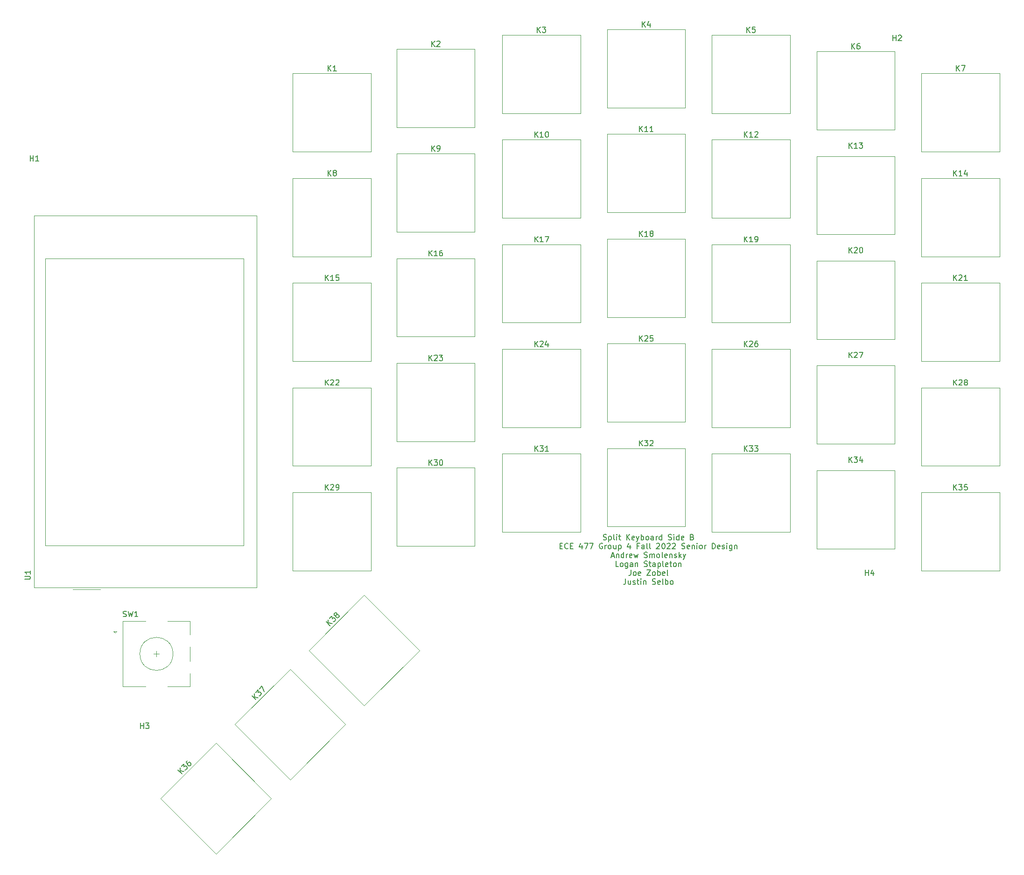
<source format=gbr>
%TF.GenerationSoftware,KiCad,Pcbnew,(6.0.7-1)-1*%
%TF.CreationDate,2022-10-21T15:59:20-04:00*%
%TF.ProjectId,Splitboard-B,53706c69-7462-46f6-9172-642d422e6b69,rev?*%
%TF.SameCoordinates,Original*%
%TF.FileFunction,Legend,Top*%
%TF.FilePolarity,Positive*%
%FSLAX46Y46*%
G04 Gerber Fmt 4.6, Leading zero omitted, Abs format (unit mm)*
G04 Created by KiCad (PCBNEW (6.0.7-1)-1) date 2022-10-21 15:59:20*
%MOMM*%
%LPD*%
G01*
G04 APERTURE LIST*
%ADD10C,0.150000*%
%ADD11C,0.120000*%
G04 APERTURE END LIST*
D10*
X154209523Y-122479761D02*
X154352380Y-122527380D01*
X154590476Y-122527380D01*
X154685714Y-122479761D01*
X154733333Y-122432142D01*
X154780952Y-122336904D01*
X154780952Y-122241666D01*
X154733333Y-122146428D01*
X154685714Y-122098809D01*
X154590476Y-122051190D01*
X154400000Y-122003571D01*
X154304761Y-121955952D01*
X154257142Y-121908333D01*
X154209523Y-121813095D01*
X154209523Y-121717857D01*
X154257142Y-121622619D01*
X154304761Y-121575000D01*
X154400000Y-121527380D01*
X154638095Y-121527380D01*
X154780952Y-121575000D01*
X155209523Y-121860714D02*
X155209523Y-122860714D01*
X155209523Y-121908333D02*
X155304761Y-121860714D01*
X155495238Y-121860714D01*
X155590476Y-121908333D01*
X155638095Y-121955952D01*
X155685714Y-122051190D01*
X155685714Y-122336904D01*
X155638095Y-122432142D01*
X155590476Y-122479761D01*
X155495238Y-122527380D01*
X155304761Y-122527380D01*
X155209523Y-122479761D01*
X156257142Y-122527380D02*
X156161904Y-122479761D01*
X156114285Y-122384523D01*
X156114285Y-121527380D01*
X156638095Y-122527380D02*
X156638095Y-121860714D01*
X156638095Y-121527380D02*
X156590476Y-121575000D01*
X156638095Y-121622619D01*
X156685714Y-121575000D01*
X156638095Y-121527380D01*
X156638095Y-121622619D01*
X156971428Y-121860714D02*
X157352380Y-121860714D01*
X157114285Y-121527380D02*
X157114285Y-122384523D01*
X157161904Y-122479761D01*
X157257142Y-122527380D01*
X157352380Y-122527380D01*
X158447619Y-122527380D02*
X158447619Y-121527380D01*
X159019047Y-122527380D02*
X158590476Y-121955952D01*
X159019047Y-121527380D02*
X158447619Y-122098809D01*
X159828571Y-122479761D02*
X159733333Y-122527380D01*
X159542857Y-122527380D01*
X159447619Y-122479761D01*
X159400000Y-122384523D01*
X159400000Y-122003571D01*
X159447619Y-121908333D01*
X159542857Y-121860714D01*
X159733333Y-121860714D01*
X159828571Y-121908333D01*
X159876190Y-122003571D01*
X159876190Y-122098809D01*
X159400000Y-122194047D01*
X160209523Y-121860714D02*
X160447619Y-122527380D01*
X160685714Y-121860714D02*
X160447619Y-122527380D01*
X160352380Y-122765476D01*
X160304761Y-122813095D01*
X160209523Y-122860714D01*
X161066666Y-122527380D02*
X161066666Y-121527380D01*
X161066666Y-121908333D02*
X161161904Y-121860714D01*
X161352380Y-121860714D01*
X161447619Y-121908333D01*
X161495238Y-121955952D01*
X161542857Y-122051190D01*
X161542857Y-122336904D01*
X161495238Y-122432142D01*
X161447619Y-122479761D01*
X161352380Y-122527380D01*
X161161904Y-122527380D01*
X161066666Y-122479761D01*
X162114285Y-122527380D02*
X162019047Y-122479761D01*
X161971428Y-122432142D01*
X161923809Y-122336904D01*
X161923809Y-122051190D01*
X161971428Y-121955952D01*
X162019047Y-121908333D01*
X162114285Y-121860714D01*
X162257142Y-121860714D01*
X162352380Y-121908333D01*
X162400000Y-121955952D01*
X162447619Y-122051190D01*
X162447619Y-122336904D01*
X162400000Y-122432142D01*
X162352380Y-122479761D01*
X162257142Y-122527380D01*
X162114285Y-122527380D01*
X163304761Y-122527380D02*
X163304761Y-122003571D01*
X163257142Y-121908333D01*
X163161904Y-121860714D01*
X162971428Y-121860714D01*
X162876190Y-121908333D01*
X163304761Y-122479761D02*
X163209523Y-122527380D01*
X162971428Y-122527380D01*
X162876190Y-122479761D01*
X162828571Y-122384523D01*
X162828571Y-122289285D01*
X162876190Y-122194047D01*
X162971428Y-122146428D01*
X163209523Y-122146428D01*
X163304761Y-122098809D01*
X163780952Y-122527380D02*
X163780952Y-121860714D01*
X163780952Y-122051190D02*
X163828571Y-121955952D01*
X163876190Y-121908333D01*
X163971428Y-121860714D01*
X164066666Y-121860714D01*
X164828571Y-122527380D02*
X164828571Y-121527380D01*
X164828571Y-122479761D02*
X164733333Y-122527380D01*
X164542857Y-122527380D01*
X164447619Y-122479761D01*
X164400000Y-122432142D01*
X164352380Y-122336904D01*
X164352380Y-122051190D01*
X164400000Y-121955952D01*
X164447619Y-121908333D01*
X164542857Y-121860714D01*
X164733333Y-121860714D01*
X164828571Y-121908333D01*
X166019047Y-122479761D02*
X166161904Y-122527380D01*
X166400000Y-122527380D01*
X166495238Y-122479761D01*
X166542857Y-122432142D01*
X166590476Y-122336904D01*
X166590476Y-122241666D01*
X166542857Y-122146428D01*
X166495238Y-122098809D01*
X166400000Y-122051190D01*
X166209523Y-122003571D01*
X166114285Y-121955952D01*
X166066666Y-121908333D01*
X166019047Y-121813095D01*
X166019047Y-121717857D01*
X166066666Y-121622619D01*
X166114285Y-121575000D01*
X166209523Y-121527380D01*
X166447619Y-121527380D01*
X166590476Y-121575000D01*
X167019047Y-122527380D02*
X167019047Y-121860714D01*
X167019047Y-121527380D02*
X166971428Y-121575000D01*
X167019047Y-121622619D01*
X167066666Y-121575000D01*
X167019047Y-121527380D01*
X167019047Y-121622619D01*
X167923809Y-122527380D02*
X167923809Y-121527380D01*
X167923809Y-122479761D02*
X167828571Y-122527380D01*
X167638095Y-122527380D01*
X167542857Y-122479761D01*
X167495238Y-122432142D01*
X167447619Y-122336904D01*
X167447619Y-122051190D01*
X167495238Y-121955952D01*
X167542857Y-121908333D01*
X167638095Y-121860714D01*
X167828571Y-121860714D01*
X167923809Y-121908333D01*
X168780952Y-122479761D02*
X168685714Y-122527380D01*
X168495238Y-122527380D01*
X168400000Y-122479761D01*
X168352380Y-122384523D01*
X168352380Y-122003571D01*
X168400000Y-121908333D01*
X168495238Y-121860714D01*
X168685714Y-121860714D01*
X168780952Y-121908333D01*
X168828571Y-122003571D01*
X168828571Y-122098809D01*
X168352380Y-122194047D01*
X170352380Y-122003571D02*
X170495238Y-122051190D01*
X170542857Y-122098809D01*
X170590476Y-122194047D01*
X170590476Y-122336904D01*
X170542857Y-122432142D01*
X170495238Y-122479761D01*
X170400000Y-122527380D01*
X170019047Y-122527380D01*
X170019047Y-121527380D01*
X170352380Y-121527380D01*
X170447619Y-121575000D01*
X170495238Y-121622619D01*
X170542857Y-121717857D01*
X170542857Y-121813095D01*
X170495238Y-121908333D01*
X170447619Y-121955952D01*
X170352380Y-122003571D01*
X170019047Y-122003571D01*
X146352380Y-123613571D02*
X146685714Y-123613571D01*
X146828571Y-124137380D02*
X146352380Y-124137380D01*
X146352380Y-123137380D01*
X146828571Y-123137380D01*
X147828571Y-124042142D02*
X147780952Y-124089761D01*
X147638095Y-124137380D01*
X147542857Y-124137380D01*
X147400000Y-124089761D01*
X147304761Y-123994523D01*
X147257142Y-123899285D01*
X147209523Y-123708809D01*
X147209523Y-123565952D01*
X147257142Y-123375476D01*
X147304761Y-123280238D01*
X147400000Y-123185000D01*
X147542857Y-123137380D01*
X147638095Y-123137380D01*
X147780952Y-123185000D01*
X147828571Y-123232619D01*
X148257142Y-123613571D02*
X148590476Y-123613571D01*
X148733333Y-124137380D02*
X148257142Y-124137380D01*
X148257142Y-123137380D01*
X148733333Y-123137380D01*
X150352380Y-123470714D02*
X150352380Y-124137380D01*
X150114285Y-123089761D02*
X149876190Y-123804047D01*
X150495238Y-123804047D01*
X150780952Y-123137380D02*
X151447619Y-123137380D01*
X151019047Y-124137380D01*
X151733333Y-123137380D02*
X152400000Y-123137380D01*
X151971428Y-124137380D01*
X154066666Y-123185000D02*
X153971428Y-123137380D01*
X153828571Y-123137380D01*
X153685714Y-123185000D01*
X153590476Y-123280238D01*
X153542857Y-123375476D01*
X153495238Y-123565952D01*
X153495238Y-123708809D01*
X153542857Y-123899285D01*
X153590476Y-123994523D01*
X153685714Y-124089761D01*
X153828571Y-124137380D01*
X153923809Y-124137380D01*
X154066666Y-124089761D01*
X154114285Y-124042142D01*
X154114285Y-123708809D01*
X153923809Y-123708809D01*
X154542857Y-124137380D02*
X154542857Y-123470714D01*
X154542857Y-123661190D02*
X154590476Y-123565952D01*
X154638095Y-123518333D01*
X154733333Y-123470714D01*
X154828571Y-123470714D01*
X155304761Y-124137380D02*
X155209523Y-124089761D01*
X155161904Y-124042142D01*
X155114285Y-123946904D01*
X155114285Y-123661190D01*
X155161904Y-123565952D01*
X155209523Y-123518333D01*
X155304761Y-123470714D01*
X155447619Y-123470714D01*
X155542857Y-123518333D01*
X155590476Y-123565952D01*
X155638095Y-123661190D01*
X155638095Y-123946904D01*
X155590476Y-124042142D01*
X155542857Y-124089761D01*
X155447619Y-124137380D01*
X155304761Y-124137380D01*
X156495238Y-123470714D02*
X156495238Y-124137380D01*
X156066666Y-123470714D02*
X156066666Y-123994523D01*
X156114285Y-124089761D01*
X156209523Y-124137380D01*
X156352380Y-124137380D01*
X156447619Y-124089761D01*
X156495238Y-124042142D01*
X156971428Y-123470714D02*
X156971428Y-124470714D01*
X156971428Y-123518333D02*
X157066666Y-123470714D01*
X157257142Y-123470714D01*
X157352380Y-123518333D01*
X157400000Y-123565952D01*
X157447619Y-123661190D01*
X157447619Y-123946904D01*
X157400000Y-124042142D01*
X157352380Y-124089761D01*
X157257142Y-124137380D01*
X157066666Y-124137380D01*
X156971428Y-124089761D01*
X159066666Y-123470714D02*
X159066666Y-124137380D01*
X158828571Y-123089761D02*
X158590476Y-123804047D01*
X159209523Y-123804047D01*
X160685714Y-123613571D02*
X160352380Y-123613571D01*
X160352380Y-124137380D02*
X160352380Y-123137380D01*
X160828571Y-123137380D01*
X161638095Y-124137380D02*
X161638095Y-123613571D01*
X161590476Y-123518333D01*
X161495238Y-123470714D01*
X161304761Y-123470714D01*
X161209523Y-123518333D01*
X161638095Y-124089761D02*
X161542857Y-124137380D01*
X161304761Y-124137380D01*
X161209523Y-124089761D01*
X161161904Y-123994523D01*
X161161904Y-123899285D01*
X161209523Y-123804047D01*
X161304761Y-123756428D01*
X161542857Y-123756428D01*
X161638095Y-123708809D01*
X162257142Y-124137380D02*
X162161904Y-124089761D01*
X162114285Y-123994523D01*
X162114285Y-123137380D01*
X162780952Y-124137380D02*
X162685714Y-124089761D01*
X162638095Y-123994523D01*
X162638095Y-123137380D01*
X163876190Y-123232619D02*
X163923809Y-123185000D01*
X164019047Y-123137380D01*
X164257142Y-123137380D01*
X164352380Y-123185000D01*
X164399999Y-123232619D01*
X164447619Y-123327857D01*
X164447619Y-123423095D01*
X164399999Y-123565952D01*
X163828571Y-124137380D01*
X164447619Y-124137380D01*
X165066666Y-123137380D02*
X165161904Y-123137380D01*
X165257142Y-123185000D01*
X165304761Y-123232619D01*
X165352380Y-123327857D01*
X165399999Y-123518333D01*
X165399999Y-123756428D01*
X165352380Y-123946904D01*
X165304761Y-124042142D01*
X165257142Y-124089761D01*
X165161904Y-124137380D01*
X165066666Y-124137380D01*
X164971428Y-124089761D01*
X164923809Y-124042142D01*
X164876190Y-123946904D01*
X164828571Y-123756428D01*
X164828571Y-123518333D01*
X164876190Y-123327857D01*
X164923809Y-123232619D01*
X164971428Y-123185000D01*
X165066666Y-123137380D01*
X165780952Y-123232619D02*
X165828571Y-123185000D01*
X165923809Y-123137380D01*
X166161904Y-123137380D01*
X166257142Y-123185000D01*
X166304761Y-123232619D01*
X166352380Y-123327857D01*
X166352380Y-123423095D01*
X166304761Y-123565952D01*
X165733333Y-124137380D01*
X166352380Y-124137380D01*
X166733333Y-123232619D02*
X166780952Y-123185000D01*
X166876190Y-123137380D01*
X167114285Y-123137380D01*
X167209523Y-123185000D01*
X167257142Y-123232619D01*
X167304761Y-123327857D01*
X167304761Y-123423095D01*
X167257142Y-123565952D01*
X166685714Y-124137380D01*
X167304761Y-124137380D01*
X168447619Y-124089761D02*
X168590476Y-124137380D01*
X168828571Y-124137380D01*
X168923809Y-124089761D01*
X168971428Y-124042142D01*
X169019047Y-123946904D01*
X169019047Y-123851666D01*
X168971428Y-123756428D01*
X168923809Y-123708809D01*
X168828571Y-123661190D01*
X168638095Y-123613571D01*
X168542857Y-123565952D01*
X168495238Y-123518333D01*
X168447619Y-123423095D01*
X168447619Y-123327857D01*
X168495238Y-123232619D01*
X168542857Y-123185000D01*
X168638095Y-123137380D01*
X168876190Y-123137380D01*
X169019047Y-123185000D01*
X169828571Y-124089761D02*
X169733333Y-124137380D01*
X169542857Y-124137380D01*
X169447619Y-124089761D01*
X169399999Y-123994523D01*
X169399999Y-123613571D01*
X169447619Y-123518333D01*
X169542857Y-123470714D01*
X169733333Y-123470714D01*
X169828571Y-123518333D01*
X169876190Y-123613571D01*
X169876190Y-123708809D01*
X169399999Y-123804047D01*
X170304761Y-123470714D02*
X170304761Y-124137380D01*
X170304761Y-123565952D02*
X170352380Y-123518333D01*
X170447619Y-123470714D01*
X170590476Y-123470714D01*
X170685714Y-123518333D01*
X170733333Y-123613571D01*
X170733333Y-124137380D01*
X171209523Y-124137380D02*
X171209523Y-123470714D01*
X171209523Y-123137380D02*
X171161904Y-123185000D01*
X171209523Y-123232619D01*
X171257142Y-123185000D01*
X171209523Y-123137380D01*
X171209523Y-123232619D01*
X171828571Y-124137380D02*
X171733333Y-124089761D01*
X171685714Y-124042142D01*
X171638095Y-123946904D01*
X171638095Y-123661190D01*
X171685714Y-123565952D01*
X171733333Y-123518333D01*
X171828571Y-123470714D01*
X171971428Y-123470714D01*
X172066666Y-123518333D01*
X172114285Y-123565952D01*
X172161904Y-123661190D01*
X172161904Y-123946904D01*
X172114285Y-124042142D01*
X172066666Y-124089761D01*
X171971428Y-124137380D01*
X171828571Y-124137380D01*
X172590476Y-124137380D02*
X172590476Y-123470714D01*
X172590476Y-123661190D02*
X172638095Y-123565952D01*
X172685714Y-123518333D01*
X172780952Y-123470714D01*
X172876190Y-123470714D01*
X173971428Y-124137380D02*
X173971428Y-123137380D01*
X174209523Y-123137380D01*
X174352380Y-123185000D01*
X174447619Y-123280238D01*
X174495238Y-123375476D01*
X174542857Y-123565952D01*
X174542857Y-123708809D01*
X174495238Y-123899285D01*
X174447619Y-123994523D01*
X174352380Y-124089761D01*
X174209523Y-124137380D01*
X173971428Y-124137380D01*
X175352380Y-124089761D02*
X175257142Y-124137380D01*
X175066666Y-124137380D01*
X174971428Y-124089761D01*
X174923809Y-123994523D01*
X174923809Y-123613571D01*
X174971428Y-123518333D01*
X175066666Y-123470714D01*
X175257142Y-123470714D01*
X175352380Y-123518333D01*
X175399999Y-123613571D01*
X175399999Y-123708809D01*
X174923809Y-123804047D01*
X175780952Y-124089761D02*
X175876190Y-124137380D01*
X176066666Y-124137380D01*
X176161904Y-124089761D01*
X176209523Y-123994523D01*
X176209523Y-123946904D01*
X176161904Y-123851666D01*
X176066666Y-123804047D01*
X175923809Y-123804047D01*
X175828571Y-123756428D01*
X175780952Y-123661190D01*
X175780952Y-123613571D01*
X175828571Y-123518333D01*
X175923809Y-123470714D01*
X176066666Y-123470714D01*
X176161904Y-123518333D01*
X176638095Y-124137380D02*
X176638095Y-123470714D01*
X176638095Y-123137380D02*
X176590476Y-123185000D01*
X176638095Y-123232619D01*
X176685714Y-123185000D01*
X176638095Y-123137380D01*
X176638095Y-123232619D01*
X177542857Y-123470714D02*
X177542857Y-124280238D01*
X177495238Y-124375476D01*
X177447619Y-124423095D01*
X177352380Y-124470714D01*
X177209523Y-124470714D01*
X177114285Y-124423095D01*
X177542857Y-124089761D02*
X177447619Y-124137380D01*
X177257142Y-124137380D01*
X177161904Y-124089761D01*
X177114285Y-124042142D01*
X177066666Y-123946904D01*
X177066666Y-123661190D01*
X177114285Y-123565952D01*
X177161904Y-123518333D01*
X177257142Y-123470714D01*
X177447619Y-123470714D01*
X177542857Y-123518333D01*
X178019047Y-123470714D02*
X178019047Y-124137380D01*
X178019047Y-123565952D02*
X178066666Y-123518333D01*
X178161904Y-123470714D01*
X178304761Y-123470714D01*
X178399999Y-123518333D01*
X178447619Y-123613571D01*
X178447619Y-124137380D01*
X155685714Y-125461666D02*
X156161904Y-125461666D01*
X155590476Y-125747380D02*
X155923809Y-124747380D01*
X156257142Y-125747380D01*
X156590476Y-125080714D02*
X156590476Y-125747380D01*
X156590476Y-125175952D02*
X156638095Y-125128333D01*
X156733333Y-125080714D01*
X156876190Y-125080714D01*
X156971428Y-125128333D01*
X157019047Y-125223571D01*
X157019047Y-125747380D01*
X157923809Y-125747380D02*
X157923809Y-124747380D01*
X157923809Y-125699761D02*
X157828571Y-125747380D01*
X157638095Y-125747380D01*
X157542857Y-125699761D01*
X157495238Y-125652142D01*
X157447619Y-125556904D01*
X157447619Y-125271190D01*
X157495238Y-125175952D01*
X157542857Y-125128333D01*
X157638095Y-125080714D01*
X157828571Y-125080714D01*
X157923809Y-125128333D01*
X158400000Y-125747380D02*
X158400000Y-125080714D01*
X158400000Y-125271190D02*
X158447619Y-125175952D01*
X158495238Y-125128333D01*
X158590476Y-125080714D01*
X158685714Y-125080714D01*
X159400000Y-125699761D02*
X159304761Y-125747380D01*
X159114285Y-125747380D01*
X159019047Y-125699761D01*
X158971428Y-125604523D01*
X158971428Y-125223571D01*
X159019047Y-125128333D01*
X159114285Y-125080714D01*
X159304761Y-125080714D01*
X159400000Y-125128333D01*
X159447619Y-125223571D01*
X159447619Y-125318809D01*
X158971428Y-125414047D01*
X159780952Y-125080714D02*
X159971428Y-125747380D01*
X160161904Y-125271190D01*
X160352380Y-125747380D01*
X160542857Y-125080714D01*
X161638095Y-125699761D02*
X161780952Y-125747380D01*
X162019047Y-125747380D01*
X162114285Y-125699761D01*
X162161904Y-125652142D01*
X162209523Y-125556904D01*
X162209523Y-125461666D01*
X162161904Y-125366428D01*
X162114285Y-125318809D01*
X162019047Y-125271190D01*
X161828571Y-125223571D01*
X161733333Y-125175952D01*
X161685714Y-125128333D01*
X161638095Y-125033095D01*
X161638095Y-124937857D01*
X161685714Y-124842619D01*
X161733333Y-124795000D01*
X161828571Y-124747380D01*
X162066666Y-124747380D01*
X162209523Y-124795000D01*
X162638095Y-125747380D02*
X162638095Y-125080714D01*
X162638095Y-125175952D02*
X162685714Y-125128333D01*
X162780952Y-125080714D01*
X162923809Y-125080714D01*
X163019047Y-125128333D01*
X163066666Y-125223571D01*
X163066666Y-125747380D01*
X163066666Y-125223571D02*
X163114285Y-125128333D01*
X163209523Y-125080714D01*
X163352380Y-125080714D01*
X163447619Y-125128333D01*
X163495238Y-125223571D01*
X163495238Y-125747380D01*
X164114285Y-125747380D02*
X164019047Y-125699761D01*
X163971428Y-125652142D01*
X163923809Y-125556904D01*
X163923809Y-125271190D01*
X163971428Y-125175952D01*
X164019047Y-125128333D01*
X164114285Y-125080714D01*
X164257142Y-125080714D01*
X164352380Y-125128333D01*
X164400000Y-125175952D01*
X164447619Y-125271190D01*
X164447619Y-125556904D01*
X164400000Y-125652142D01*
X164352380Y-125699761D01*
X164257142Y-125747380D01*
X164114285Y-125747380D01*
X165019047Y-125747380D02*
X164923809Y-125699761D01*
X164876190Y-125604523D01*
X164876190Y-124747380D01*
X165780952Y-125699761D02*
X165685714Y-125747380D01*
X165495238Y-125747380D01*
X165400000Y-125699761D01*
X165352380Y-125604523D01*
X165352380Y-125223571D01*
X165400000Y-125128333D01*
X165495238Y-125080714D01*
X165685714Y-125080714D01*
X165780952Y-125128333D01*
X165828571Y-125223571D01*
X165828571Y-125318809D01*
X165352380Y-125414047D01*
X166257142Y-125080714D02*
X166257142Y-125747380D01*
X166257142Y-125175952D02*
X166304761Y-125128333D01*
X166400000Y-125080714D01*
X166542857Y-125080714D01*
X166638095Y-125128333D01*
X166685714Y-125223571D01*
X166685714Y-125747380D01*
X167114285Y-125699761D02*
X167209523Y-125747380D01*
X167400000Y-125747380D01*
X167495238Y-125699761D01*
X167542857Y-125604523D01*
X167542857Y-125556904D01*
X167495238Y-125461666D01*
X167400000Y-125414047D01*
X167257142Y-125414047D01*
X167161904Y-125366428D01*
X167114285Y-125271190D01*
X167114285Y-125223571D01*
X167161904Y-125128333D01*
X167257142Y-125080714D01*
X167400000Y-125080714D01*
X167495238Y-125128333D01*
X167971428Y-125747380D02*
X167971428Y-124747380D01*
X168066666Y-125366428D02*
X168352380Y-125747380D01*
X168352380Y-125080714D02*
X167971428Y-125461666D01*
X168685714Y-125080714D02*
X168923809Y-125747380D01*
X169161904Y-125080714D02*
X168923809Y-125747380D01*
X168828571Y-125985476D01*
X168780952Y-126033095D01*
X168685714Y-126080714D01*
X156971428Y-127357380D02*
X156495238Y-127357380D01*
X156495238Y-126357380D01*
X157447619Y-127357380D02*
X157352380Y-127309761D01*
X157304761Y-127262142D01*
X157257142Y-127166904D01*
X157257142Y-126881190D01*
X157304761Y-126785952D01*
X157352380Y-126738333D01*
X157447619Y-126690714D01*
X157590476Y-126690714D01*
X157685714Y-126738333D01*
X157733333Y-126785952D01*
X157780952Y-126881190D01*
X157780952Y-127166904D01*
X157733333Y-127262142D01*
X157685714Y-127309761D01*
X157590476Y-127357380D01*
X157447619Y-127357380D01*
X158638095Y-126690714D02*
X158638095Y-127500238D01*
X158590476Y-127595476D01*
X158542857Y-127643095D01*
X158447619Y-127690714D01*
X158304761Y-127690714D01*
X158209523Y-127643095D01*
X158638095Y-127309761D02*
X158542857Y-127357380D01*
X158352380Y-127357380D01*
X158257142Y-127309761D01*
X158209523Y-127262142D01*
X158161904Y-127166904D01*
X158161904Y-126881190D01*
X158209523Y-126785952D01*
X158257142Y-126738333D01*
X158352380Y-126690714D01*
X158542857Y-126690714D01*
X158638095Y-126738333D01*
X159542857Y-127357380D02*
X159542857Y-126833571D01*
X159495238Y-126738333D01*
X159400000Y-126690714D01*
X159209523Y-126690714D01*
X159114285Y-126738333D01*
X159542857Y-127309761D02*
X159447619Y-127357380D01*
X159209523Y-127357380D01*
X159114285Y-127309761D01*
X159066666Y-127214523D01*
X159066666Y-127119285D01*
X159114285Y-127024047D01*
X159209523Y-126976428D01*
X159447619Y-126976428D01*
X159542857Y-126928809D01*
X160019047Y-126690714D02*
X160019047Y-127357380D01*
X160019047Y-126785952D02*
X160066666Y-126738333D01*
X160161904Y-126690714D01*
X160304761Y-126690714D01*
X160400000Y-126738333D01*
X160447619Y-126833571D01*
X160447619Y-127357380D01*
X161638095Y-127309761D02*
X161780952Y-127357380D01*
X162019047Y-127357380D01*
X162114285Y-127309761D01*
X162161904Y-127262142D01*
X162209523Y-127166904D01*
X162209523Y-127071666D01*
X162161904Y-126976428D01*
X162114285Y-126928809D01*
X162019047Y-126881190D01*
X161828571Y-126833571D01*
X161733333Y-126785952D01*
X161685714Y-126738333D01*
X161638095Y-126643095D01*
X161638095Y-126547857D01*
X161685714Y-126452619D01*
X161733333Y-126405000D01*
X161828571Y-126357380D01*
X162066666Y-126357380D01*
X162209523Y-126405000D01*
X162495238Y-126690714D02*
X162876190Y-126690714D01*
X162638095Y-126357380D02*
X162638095Y-127214523D01*
X162685714Y-127309761D01*
X162780952Y-127357380D01*
X162876190Y-127357380D01*
X163638095Y-127357380D02*
X163638095Y-126833571D01*
X163590476Y-126738333D01*
X163495238Y-126690714D01*
X163304761Y-126690714D01*
X163209523Y-126738333D01*
X163638095Y-127309761D02*
X163542857Y-127357380D01*
X163304761Y-127357380D01*
X163209523Y-127309761D01*
X163161904Y-127214523D01*
X163161904Y-127119285D01*
X163209523Y-127024047D01*
X163304761Y-126976428D01*
X163542857Y-126976428D01*
X163638095Y-126928809D01*
X164114285Y-126690714D02*
X164114285Y-127690714D01*
X164114285Y-126738333D02*
X164209523Y-126690714D01*
X164400000Y-126690714D01*
X164495238Y-126738333D01*
X164542857Y-126785952D01*
X164590476Y-126881190D01*
X164590476Y-127166904D01*
X164542857Y-127262142D01*
X164495238Y-127309761D01*
X164400000Y-127357380D01*
X164209523Y-127357380D01*
X164114285Y-127309761D01*
X165161904Y-127357380D02*
X165066666Y-127309761D01*
X165019047Y-127214523D01*
X165019047Y-126357380D01*
X165923809Y-127309761D02*
X165828571Y-127357380D01*
X165638095Y-127357380D01*
X165542857Y-127309761D01*
X165495238Y-127214523D01*
X165495238Y-126833571D01*
X165542857Y-126738333D01*
X165638095Y-126690714D01*
X165828571Y-126690714D01*
X165923809Y-126738333D01*
X165971428Y-126833571D01*
X165971428Y-126928809D01*
X165495238Y-127024047D01*
X166257142Y-126690714D02*
X166638095Y-126690714D01*
X166400000Y-126357380D02*
X166400000Y-127214523D01*
X166447619Y-127309761D01*
X166542857Y-127357380D01*
X166638095Y-127357380D01*
X167114285Y-127357380D02*
X167019047Y-127309761D01*
X166971428Y-127262142D01*
X166923809Y-127166904D01*
X166923809Y-126881190D01*
X166971428Y-126785952D01*
X167019047Y-126738333D01*
X167114285Y-126690714D01*
X167257142Y-126690714D01*
X167352380Y-126738333D01*
X167400000Y-126785952D01*
X167447619Y-126881190D01*
X167447619Y-127166904D01*
X167400000Y-127262142D01*
X167352380Y-127309761D01*
X167257142Y-127357380D01*
X167114285Y-127357380D01*
X167876190Y-126690714D02*
X167876190Y-127357380D01*
X167876190Y-126785952D02*
X167923809Y-126738333D01*
X168019047Y-126690714D01*
X168161904Y-126690714D01*
X168257142Y-126738333D01*
X168304761Y-126833571D01*
X168304761Y-127357380D01*
X159209523Y-127967380D02*
X159209523Y-128681666D01*
X159161904Y-128824523D01*
X159066666Y-128919761D01*
X158923809Y-128967380D01*
X158828571Y-128967380D01*
X159828571Y-128967380D02*
X159733333Y-128919761D01*
X159685714Y-128872142D01*
X159638095Y-128776904D01*
X159638095Y-128491190D01*
X159685714Y-128395952D01*
X159733333Y-128348333D01*
X159828571Y-128300714D01*
X159971428Y-128300714D01*
X160066666Y-128348333D01*
X160114285Y-128395952D01*
X160161904Y-128491190D01*
X160161904Y-128776904D01*
X160114285Y-128872142D01*
X160066666Y-128919761D01*
X159971428Y-128967380D01*
X159828571Y-128967380D01*
X160971428Y-128919761D02*
X160876190Y-128967380D01*
X160685714Y-128967380D01*
X160590476Y-128919761D01*
X160542857Y-128824523D01*
X160542857Y-128443571D01*
X160590476Y-128348333D01*
X160685714Y-128300714D01*
X160876190Y-128300714D01*
X160971428Y-128348333D01*
X161019047Y-128443571D01*
X161019047Y-128538809D01*
X160542857Y-128634047D01*
X162114285Y-127967380D02*
X162780952Y-127967380D01*
X162114285Y-128967380D01*
X162780952Y-128967380D01*
X163304761Y-128967380D02*
X163209523Y-128919761D01*
X163161904Y-128872142D01*
X163114285Y-128776904D01*
X163114285Y-128491190D01*
X163161904Y-128395952D01*
X163209523Y-128348333D01*
X163304761Y-128300714D01*
X163447619Y-128300714D01*
X163542857Y-128348333D01*
X163590476Y-128395952D01*
X163638095Y-128491190D01*
X163638095Y-128776904D01*
X163590476Y-128872142D01*
X163542857Y-128919761D01*
X163447619Y-128967380D01*
X163304761Y-128967380D01*
X164066666Y-128967380D02*
X164066666Y-127967380D01*
X164066666Y-128348333D02*
X164161904Y-128300714D01*
X164352380Y-128300714D01*
X164447619Y-128348333D01*
X164495238Y-128395952D01*
X164542857Y-128491190D01*
X164542857Y-128776904D01*
X164495238Y-128872142D01*
X164447619Y-128919761D01*
X164352380Y-128967380D01*
X164161904Y-128967380D01*
X164066666Y-128919761D01*
X165352380Y-128919761D02*
X165257142Y-128967380D01*
X165066666Y-128967380D01*
X164971428Y-128919761D01*
X164923809Y-128824523D01*
X164923809Y-128443571D01*
X164971428Y-128348333D01*
X165066666Y-128300714D01*
X165257142Y-128300714D01*
X165352380Y-128348333D01*
X165400000Y-128443571D01*
X165400000Y-128538809D01*
X164923809Y-128634047D01*
X165971428Y-128967380D02*
X165876190Y-128919761D01*
X165828571Y-128824523D01*
X165828571Y-127967380D01*
X158257142Y-129577380D02*
X158257142Y-130291666D01*
X158209523Y-130434523D01*
X158114285Y-130529761D01*
X157971428Y-130577380D01*
X157876190Y-130577380D01*
X159161904Y-129910714D02*
X159161904Y-130577380D01*
X158733333Y-129910714D02*
X158733333Y-130434523D01*
X158780952Y-130529761D01*
X158876190Y-130577380D01*
X159019047Y-130577380D01*
X159114285Y-130529761D01*
X159161904Y-130482142D01*
X159590476Y-130529761D02*
X159685714Y-130577380D01*
X159876190Y-130577380D01*
X159971428Y-130529761D01*
X160019047Y-130434523D01*
X160019047Y-130386904D01*
X159971428Y-130291666D01*
X159876190Y-130244047D01*
X159733333Y-130244047D01*
X159638095Y-130196428D01*
X159590476Y-130101190D01*
X159590476Y-130053571D01*
X159638095Y-129958333D01*
X159733333Y-129910714D01*
X159876190Y-129910714D01*
X159971428Y-129958333D01*
X160304761Y-129910714D02*
X160685714Y-129910714D01*
X160447619Y-129577380D02*
X160447619Y-130434523D01*
X160495238Y-130529761D01*
X160590476Y-130577380D01*
X160685714Y-130577380D01*
X161019047Y-130577380D02*
X161019047Y-129910714D01*
X161019047Y-129577380D02*
X160971428Y-129625000D01*
X161019047Y-129672619D01*
X161066666Y-129625000D01*
X161019047Y-129577380D01*
X161019047Y-129672619D01*
X161495238Y-129910714D02*
X161495238Y-130577380D01*
X161495238Y-130005952D02*
X161542857Y-129958333D01*
X161638095Y-129910714D01*
X161780952Y-129910714D01*
X161876190Y-129958333D01*
X161923809Y-130053571D01*
X161923809Y-130577380D01*
X163114285Y-130529761D02*
X163257142Y-130577380D01*
X163495238Y-130577380D01*
X163590476Y-130529761D01*
X163638095Y-130482142D01*
X163685714Y-130386904D01*
X163685714Y-130291666D01*
X163638095Y-130196428D01*
X163590476Y-130148809D01*
X163495238Y-130101190D01*
X163304761Y-130053571D01*
X163209523Y-130005952D01*
X163161904Y-129958333D01*
X163114285Y-129863095D01*
X163114285Y-129767857D01*
X163161904Y-129672619D01*
X163209523Y-129625000D01*
X163304761Y-129577380D01*
X163542857Y-129577380D01*
X163685714Y-129625000D01*
X164495238Y-130529761D02*
X164400000Y-130577380D01*
X164209523Y-130577380D01*
X164114285Y-130529761D01*
X164066666Y-130434523D01*
X164066666Y-130053571D01*
X164114285Y-129958333D01*
X164209523Y-129910714D01*
X164400000Y-129910714D01*
X164495238Y-129958333D01*
X164542857Y-130053571D01*
X164542857Y-130148809D01*
X164066666Y-130244047D01*
X165114285Y-130577380D02*
X165019047Y-130529761D01*
X164971428Y-130434523D01*
X164971428Y-129577380D01*
X165495238Y-130577380D02*
X165495238Y-129577380D01*
X165495238Y-129958333D02*
X165590476Y-129910714D01*
X165780952Y-129910714D01*
X165876190Y-129958333D01*
X165923809Y-130005952D01*
X165971428Y-130101190D01*
X165971428Y-130386904D01*
X165923809Y-130482142D01*
X165876190Y-130529761D01*
X165780952Y-130577380D01*
X165590476Y-130577380D01*
X165495238Y-130529761D01*
X166542857Y-130577380D02*
X166447619Y-130529761D01*
X166400000Y-130482142D01*
X166352380Y-130386904D01*
X166352380Y-130101190D01*
X166400000Y-130005952D01*
X166447619Y-129958333D01*
X166542857Y-129910714D01*
X166685714Y-129910714D01*
X166780952Y-129958333D01*
X166828571Y-130005952D01*
X166876190Y-130101190D01*
X166876190Y-130386904D01*
X166828571Y-130482142D01*
X166780952Y-130529761D01*
X166685714Y-130577380D01*
X166542857Y-130577380D01*
%TO.C,H2*%
X206738095Y-31952380D02*
X206738095Y-30952380D01*
X206738095Y-31428571D02*
X207309523Y-31428571D01*
X207309523Y-31952380D02*
X207309523Y-30952380D01*
X207738095Y-31047619D02*
X207785714Y-31000000D01*
X207880952Y-30952380D01*
X208119047Y-30952380D01*
X208214285Y-31000000D01*
X208261904Y-31047619D01*
X208309523Y-31142857D01*
X208309523Y-31238095D01*
X208261904Y-31380952D01*
X207690476Y-31952380D01*
X208309523Y-31952380D01*
%TO.C,K28*%
X217785714Y-94452380D02*
X217785714Y-93452380D01*
X218357142Y-94452380D02*
X217928571Y-93880952D01*
X218357142Y-93452380D02*
X217785714Y-94023809D01*
X218738095Y-93547619D02*
X218785714Y-93500000D01*
X218880952Y-93452380D01*
X219119047Y-93452380D01*
X219214285Y-93500000D01*
X219261904Y-93547619D01*
X219309523Y-93642857D01*
X219309523Y-93738095D01*
X219261904Y-93880952D01*
X218690476Y-94452380D01*
X219309523Y-94452380D01*
X219880952Y-93880952D02*
X219785714Y-93833333D01*
X219738095Y-93785714D01*
X219690476Y-93690476D01*
X219690476Y-93642857D01*
X219738095Y-93547619D01*
X219785714Y-93500000D01*
X219880952Y-93452380D01*
X220071428Y-93452380D01*
X220166666Y-93500000D01*
X220214285Y-93547619D01*
X220261904Y-93642857D01*
X220261904Y-93690476D01*
X220214285Y-93785714D01*
X220166666Y-93833333D01*
X220071428Y-93880952D01*
X219880952Y-93880952D01*
X219785714Y-93928571D01*
X219738095Y-93976190D01*
X219690476Y-94071428D01*
X219690476Y-94261904D01*
X219738095Y-94357142D01*
X219785714Y-94404761D01*
X219880952Y-94452380D01*
X220071428Y-94452380D01*
X220166666Y-94404761D01*
X220214285Y-94357142D01*
X220261904Y-94261904D01*
X220261904Y-94071428D01*
X220214285Y-93976190D01*
X220166666Y-93928571D01*
X220071428Y-93880952D01*
%TO.C,K11*%
X160785714Y-48452380D02*
X160785714Y-47452380D01*
X161357142Y-48452380D02*
X160928571Y-47880952D01*
X161357142Y-47452380D02*
X160785714Y-48023809D01*
X162309523Y-48452380D02*
X161738095Y-48452380D01*
X162023809Y-48452380D02*
X162023809Y-47452380D01*
X161928571Y-47595238D01*
X161833333Y-47690476D01*
X161738095Y-47738095D01*
X163261904Y-48452380D02*
X162690476Y-48452380D01*
X162976190Y-48452380D02*
X162976190Y-47452380D01*
X162880952Y-47595238D01*
X162785714Y-47690476D01*
X162690476Y-47738095D01*
%TO.C,U1*%
X49272380Y-129671904D02*
X50081904Y-129671904D01*
X50177142Y-129624285D01*
X50224761Y-129576666D01*
X50272380Y-129481428D01*
X50272380Y-129290952D01*
X50224761Y-129195714D01*
X50177142Y-129148095D01*
X50081904Y-129100476D01*
X49272380Y-129100476D01*
X50272380Y-128100476D02*
X50272380Y-128671904D01*
X50272380Y-128386190D02*
X49272380Y-128386190D01*
X49415238Y-128481428D01*
X49510476Y-128576666D01*
X49558095Y-128671904D01*
%TO.C,K33*%
X179785714Y-106452380D02*
X179785714Y-105452380D01*
X180357142Y-106452380D02*
X179928571Y-105880952D01*
X180357142Y-105452380D02*
X179785714Y-106023809D01*
X180690476Y-105452380D02*
X181309523Y-105452380D01*
X180976190Y-105833333D01*
X181119047Y-105833333D01*
X181214285Y-105880952D01*
X181261904Y-105928571D01*
X181309523Y-106023809D01*
X181309523Y-106261904D01*
X181261904Y-106357142D01*
X181214285Y-106404761D01*
X181119047Y-106452380D01*
X180833333Y-106452380D01*
X180738095Y-106404761D01*
X180690476Y-106357142D01*
X181642857Y-105452380D02*
X182261904Y-105452380D01*
X181928571Y-105833333D01*
X182071428Y-105833333D01*
X182166666Y-105880952D01*
X182214285Y-105928571D01*
X182261904Y-106023809D01*
X182261904Y-106261904D01*
X182214285Y-106357142D01*
X182166666Y-106404761D01*
X182071428Y-106452380D01*
X181785714Y-106452380D01*
X181690476Y-106404761D01*
X181642857Y-106357142D01*
%TO.C,K20*%
X198785714Y-70452380D02*
X198785714Y-69452380D01*
X199357142Y-70452380D02*
X198928571Y-69880952D01*
X199357142Y-69452380D02*
X198785714Y-70023809D01*
X199738095Y-69547619D02*
X199785714Y-69500000D01*
X199880952Y-69452380D01*
X200119047Y-69452380D01*
X200214285Y-69500000D01*
X200261904Y-69547619D01*
X200309523Y-69642857D01*
X200309523Y-69738095D01*
X200261904Y-69880952D01*
X199690476Y-70452380D01*
X200309523Y-70452380D01*
X200928571Y-69452380D02*
X201023809Y-69452380D01*
X201119047Y-69500000D01*
X201166666Y-69547619D01*
X201214285Y-69642857D01*
X201261904Y-69833333D01*
X201261904Y-70071428D01*
X201214285Y-70261904D01*
X201166666Y-70357142D01*
X201119047Y-70404761D01*
X201023809Y-70452380D01*
X200928571Y-70452380D01*
X200833333Y-70404761D01*
X200785714Y-70357142D01*
X200738095Y-70261904D01*
X200690476Y-70071428D01*
X200690476Y-69833333D01*
X200738095Y-69642857D01*
X200785714Y-69547619D01*
X200833333Y-69500000D01*
X200928571Y-69452380D01*
%TO.C,K13*%
X198785714Y-51452380D02*
X198785714Y-50452380D01*
X199357142Y-51452380D02*
X198928571Y-50880952D01*
X199357142Y-50452380D02*
X198785714Y-51023809D01*
X200309523Y-51452380D02*
X199738095Y-51452380D01*
X200023809Y-51452380D02*
X200023809Y-50452380D01*
X199928571Y-50595238D01*
X199833333Y-50690476D01*
X199738095Y-50738095D01*
X200642857Y-50452380D02*
X201261904Y-50452380D01*
X200928571Y-50833333D01*
X201071428Y-50833333D01*
X201166666Y-50880952D01*
X201214285Y-50928571D01*
X201261904Y-51023809D01*
X201261904Y-51261904D01*
X201214285Y-51357142D01*
X201166666Y-51404761D01*
X201071428Y-51452380D01*
X200785714Y-51452380D01*
X200690476Y-51404761D01*
X200642857Y-51357142D01*
%TO.C,K7*%
X218261904Y-37452380D02*
X218261904Y-36452380D01*
X218833333Y-37452380D02*
X218404761Y-36880952D01*
X218833333Y-36452380D02*
X218261904Y-37023809D01*
X219166666Y-36452380D02*
X219833333Y-36452380D01*
X219404761Y-37452380D01*
%TO.C,K17*%
X141785714Y-68452380D02*
X141785714Y-67452380D01*
X142357142Y-68452380D02*
X141928571Y-67880952D01*
X142357142Y-67452380D02*
X141785714Y-68023809D01*
X143309523Y-68452380D02*
X142738095Y-68452380D01*
X143023809Y-68452380D02*
X143023809Y-67452380D01*
X142928571Y-67595238D01*
X142833333Y-67690476D01*
X142738095Y-67738095D01*
X143642857Y-67452380D02*
X144309523Y-67452380D01*
X143880952Y-68452380D01*
%TO.C,K16*%
X122595714Y-70992380D02*
X122595714Y-69992380D01*
X123167142Y-70992380D02*
X122738571Y-70420952D01*
X123167142Y-69992380D02*
X122595714Y-70563809D01*
X124119523Y-70992380D02*
X123548095Y-70992380D01*
X123833809Y-70992380D02*
X123833809Y-69992380D01*
X123738571Y-70135238D01*
X123643333Y-70230476D01*
X123548095Y-70278095D01*
X124976666Y-69992380D02*
X124786190Y-69992380D01*
X124690952Y-70040000D01*
X124643333Y-70087619D01*
X124548095Y-70230476D01*
X124500476Y-70420952D01*
X124500476Y-70801904D01*
X124548095Y-70897142D01*
X124595714Y-70944761D01*
X124690952Y-70992380D01*
X124881428Y-70992380D01*
X124976666Y-70944761D01*
X125024285Y-70897142D01*
X125071904Y-70801904D01*
X125071904Y-70563809D01*
X125024285Y-70468571D01*
X124976666Y-70420952D01*
X124881428Y-70373333D01*
X124690952Y-70373333D01*
X124595714Y-70420952D01*
X124548095Y-70468571D01*
X124500476Y-70563809D01*
%TO.C,K37*%
X91199662Y-151521657D02*
X90492556Y-150814550D01*
X91603723Y-151117596D02*
X90896617Y-151016581D01*
X90896617Y-150410489D02*
X90896617Y-151218611D01*
X91132319Y-150174787D02*
X91570052Y-149737054D01*
X91603723Y-150242130D01*
X91704739Y-150141115D01*
X91805754Y-150107443D01*
X91873098Y-150107443D01*
X91974113Y-150141115D01*
X92142472Y-150309474D01*
X92176143Y-150410489D01*
X92176143Y-150477833D01*
X92142472Y-150578848D01*
X91940441Y-150780878D01*
X91839426Y-150814550D01*
X91772082Y-150814550D01*
X91805754Y-149501352D02*
X92277159Y-149029947D01*
X92681220Y-150040100D01*
%TO.C,K2*%
X123071904Y-32992380D02*
X123071904Y-31992380D01*
X123643333Y-32992380D02*
X123214761Y-32420952D01*
X123643333Y-31992380D02*
X123071904Y-32563809D01*
X124024285Y-32087619D02*
X124071904Y-32040000D01*
X124167142Y-31992380D01*
X124405238Y-31992380D01*
X124500476Y-32040000D01*
X124548095Y-32087619D01*
X124595714Y-32182857D01*
X124595714Y-32278095D01*
X124548095Y-32420952D01*
X123976666Y-32992380D01*
X124595714Y-32992380D01*
%TO.C,K38*%
X104634691Y-138086628D02*
X103927585Y-137379521D01*
X105038752Y-137682567D02*
X104331646Y-137581552D01*
X104331646Y-136975460D02*
X104331646Y-137783582D01*
X104567348Y-136739758D02*
X105005081Y-136302025D01*
X105038752Y-136807101D01*
X105139768Y-136706086D01*
X105240783Y-136672414D01*
X105308127Y-136672414D01*
X105409142Y-136706086D01*
X105577501Y-136874445D01*
X105611172Y-136975460D01*
X105611172Y-137042804D01*
X105577501Y-137143819D01*
X105375470Y-137345849D01*
X105274455Y-137379521D01*
X105207111Y-137379521D01*
X105712188Y-136201010D02*
X105611172Y-136234681D01*
X105543829Y-136234681D01*
X105442814Y-136201010D01*
X105409142Y-136167338D01*
X105375470Y-136066323D01*
X105375470Y-135998979D01*
X105409142Y-135897964D01*
X105543829Y-135763277D01*
X105644844Y-135729605D01*
X105712188Y-135729605D01*
X105813203Y-135763277D01*
X105846875Y-135796949D01*
X105880546Y-135897964D01*
X105880546Y-135965307D01*
X105846875Y-136066323D01*
X105712188Y-136201010D01*
X105678516Y-136302025D01*
X105678516Y-136369368D01*
X105712188Y-136470384D01*
X105846875Y-136605071D01*
X105947890Y-136638742D01*
X106015233Y-136638742D01*
X106116249Y-136605071D01*
X106250936Y-136470384D01*
X106284607Y-136369368D01*
X106284607Y-136302025D01*
X106250936Y-136201010D01*
X106116249Y-136066323D01*
X106015233Y-136032651D01*
X105947890Y-136032651D01*
X105846875Y-136066323D01*
%TO.C,K5*%
X180261904Y-30452380D02*
X180261904Y-29452380D01*
X180833333Y-30452380D02*
X180404761Y-29880952D01*
X180833333Y-29452380D02*
X180261904Y-30023809D01*
X181738095Y-29452380D02*
X181261904Y-29452380D01*
X181214285Y-29928571D01*
X181261904Y-29880952D01*
X181357142Y-29833333D01*
X181595238Y-29833333D01*
X181690476Y-29880952D01*
X181738095Y-29928571D01*
X181785714Y-30023809D01*
X181785714Y-30261904D01*
X181738095Y-30357142D01*
X181690476Y-30404761D01*
X181595238Y-30452380D01*
X181357142Y-30452380D01*
X181261904Y-30404761D01*
X181214285Y-30357142D01*
%TO.C,K9*%
X123071904Y-51992380D02*
X123071904Y-50992380D01*
X123643333Y-51992380D02*
X123214761Y-51420952D01*
X123643333Y-50992380D02*
X123071904Y-51563809D01*
X124119523Y-51992380D02*
X124310000Y-51992380D01*
X124405238Y-51944761D01*
X124452857Y-51897142D01*
X124548095Y-51754285D01*
X124595714Y-51563809D01*
X124595714Y-51182857D01*
X124548095Y-51087619D01*
X124500476Y-51040000D01*
X124405238Y-50992380D01*
X124214761Y-50992380D01*
X124119523Y-51040000D01*
X124071904Y-51087619D01*
X124024285Y-51182857D01*
X124024285Y-51420952D01*
X124071904Y-51516190D01*
X124119523Y-51563809D01*
X124214761Y-51611428D01*
X124405238Y-51611428D01*
X124500476Y-51563809D01*
X124548095Y-51516190D01*
X124595714Y-51420952D01*
%TO.C,K32*%
X160785714Y-105452380D02*
X160785714Y-104452380D01*
X161357142Y-105452380D02*
X160928571Y-104880952D01*
X161357142Y-104452380D02*
X160785714Y-105023809D01*
X161690476Y-104452380D02*
X162309523Y-104452380D01*
X161976190Y-104833333D01*
X162119047Y-104833333D01*
X162214285Y-104880952D01*
X162261904Y-104928571D01*
X162309523Y-105023809D01*
X162309523Y-105261904D01*
X162261904Y-105357142D01*
X162214285Y-105404761D01*
X162119047Y-105452380D01*
X161833333Y-105452380D01*
X161738095Y-105404761D01*
X161690476Y-105357142D01*
X162690476Y-104547619D02*
X162738095Y-104500000D01*
X162833333Y-104452380D01*
X163071428Y-104452380D01*
X163166666Y-104500000D01*
X163214285Y-104547619D01*
X163261904Y-104642857D01*
X163261904Y-104738095D01*
X163214285Y-104880952D01*
X162642857Y-105452380D01*
X163261904Y-105452380D01*
%TO.C,K1*%
X104261904Y-37452380D02*
X104261904Y-36452380D01*
X104833333Y-37452380D02*
X104404761Y-36880952D01*
X104833333Y-36452380D02*
X104261904Y-37023809D01*
X105785714Y-37452380D02*
X105214285Y-37452380D01*
X105500000Y-37452380D02*
X105500000Y-36452380D01*
X105404761Y-36595238D01*
X105309523Y-36690476D01*
X105214285Y-36738095D01*
%TO.C,K26*%
X179785714Y-87452380D02*
X179785714Y-86452380D01*
X180357142Y-87452380D02*
X179928571Y-86880952D01*
X180357142Y-86452380D02*
X179785714Y-87023809D01*
X180738095Y-86547619D02*
X180785714Y-86500000D01*
X180880952Y-86452380D01*
X181119047Y-86452380D01*
X181214285Y-86500000D01*
X181261904Y-86547619D01*
X181309523Y-86642857D01*
X181309523Y-86738095D01*
X181261904Y-86880952D01*
X180690476Y-87452380D01*
X181309523Y-87452380D01*
X182166666Y-86452380D02*
X181976190Y-86452380D01*
X181880952Y-86500000D01*
X181833333Y-86547619D01*
X181738095Y-86690476D01*
X181690476Y-86880952D01*
X181690476Y-87261904D01*
X181738095Y-87357142D01*
X181785714Y-87404761D01*
X181880952Y-87452380D01*
X182071428Y-87452380D01*
X182166666Y-87404761D01*
X182214285Y-87357142D01*
X182261904Y-87261904D01*
X182261904Y-87023809D01*
X182214285Y-86928571D01*
X182166666Y-86880952D01*
X182071428Y-86833333D01*
X181880952Y-86833333D01*
X181785714Y-86880952D01*
X181738095Y-86928571D01*
X181690476Y-87023809D01*
%TO.C,SW1*%
X67116666Y-136404761D02*
X67259523Y-136452380D01*
X67497619Y-136452380D01*
X67592857Y-136404761D01*
X67640476Y-136357142D01*
X67688095Y-136261904D01*
X67688095Y-136166666D01*
X67640476Y-136071428D01*
X67592857Y-136023809D01*
X67497619Y-135976190D01*
X67307142Y-135928571D01*
X67211904Y-135880952D01*
X67164285Y-135833333D01*
X67116666Y-135738095D01*
X67116666Y-135642857D01*
X67164285Y-135547619D01*
X67211904Y-135500000D01*
X67307142Y-135452380D01*
X67545238Y-135452380D01*
X67688095Y-135500000D01*
X68021428Y-135452380D02*
X68259523Y-136452380D01*
X68450000Y-135738095D01*
X68640476Y-136452380D01*
X68878571Y-135452380D01*
X69783333Y-136452380D02*
X69211904Y-136452380D01*
X69497619Y-136452380D02*
X69497619Y-135452380D01*
X69402380Y-135595238D01*
X69307142Y-135690476D01*
X69211904Y-135738095D01*
%TO.C,K4*%
X161261904Y-29452380D02*
X161261904Y-28452380D01*
X161833333Y-29452380D02*
X161404761Y-28880952D01*
X161833333Y-28452380D02*
X161261904Y-29023809D01*
X162690476Y-28785714D02*
X162690476Y-29452380D01*
X162452380Y-28404761D02*
X162214285Y-29119047D01*
X162833333Y-29119047D01*
%TO.C,K34*%
X198785714Y-108452380D02*
X198785714Y-107452380D01*
X199357142Y-108452380D02*
X198928571Y-107880952D01*
X199357142Y-107452380D02*
X198785714Y-108023809D01*
X199690476Y-107452380D02*
X200309523Y-107452380D01*
X199976190Y-107833333D01*
X200119047Y-107833333D01*
X200214285Y-107880952D01*
X200261904Y-107928571D01*
X200309523Y-108023809D01*
X200309523Y-108261904D01*
X200261904Y-108357142D01*
X200214285Y-108404761D01*
X200119047Y-108452380D01*
X199833333Y-108452380D01*
X199738095Y-108404761D01*
X199690476Y-108357142D01*
X201166666Y-107785714D02*
X201166666Y-108452380D01*
X200928571Y-107404761D02*
X200690476Y-108119047D01*
X201309523Y-108119047D01*
%TO.C,K30*%
X122595714Y-108992380D02*
X122595714Y-107992380D01*
X123167142Y-108992380D02*
X122738571Y-108420952D01*
X123167142Y-107992380D02*
X122595714Y-108563809D01*
X123500476Y-107992380D02*
X124119523Y-107992380D01*
X123786190Y-108373333D01*
X123929047Y-108373333D01*
X124024285Y-108420952D01*
X124071904Y-108468571D01*
X124119523Y-108563809D01*
X124119523Y-108801904D01*
X124071904Y-108897142D01*
X124024285Y-108944761D01*
X123929047Y-108992380D01*
X123643333Y-108992380D01*
X123548095Y-108944761D01*
X123500476Y-108897142D01*
X124738571Y-107992380D02*
X124833809Y-107992380D01*
X124929047Y-108040000D01*
X124976666Y-108087619D01*
X125024285Y-108182857D01*
X125071904Y-108373333D01*
X125071904Y-108611428D01*
X125024285Y-108801904D01*
X124976666Y-108897142D01*
X124929047Y-108944761D01*
X124833809Y-108992380D01*
X124738571Y-108992380D01*
X124643333Y-108944761D01*
X124595714Y-108897142D01*
X124548095Y-108801904D01*
X124500476Y-108611428D01*
X124500476Y-108373333D01*
X124548095Y-108182857D01*
X124595714Y-108087619D01*
X124643333Y-108040000D01*
X124738571Y-107992380D01*
%TO.C,K14*%
X217785714Y-56452380D02*
X217785714Y-55452380D01*
X218357142Y-56452380D02*
X217928571Y-55880952D01*
X218357142Y-55452380D02*
X217785714Y-56023809D01*
X219309523Y-56452380D02*
X218738095Y-56452380D01*
X219023809Y-56452380D02*
X219023809Y-55452380D01*
X218928571Y-55595238D01*
X218833333Y-55690476D01*
X218738095Y-55738095D01*
X220166666Y-55785714D02*
X220166666Y-56452380D01*
X219928571Y-55404761D02*
X219690476Y-56119047D01*
X220309523Y-56119047D01*
%TO.C,K12*%
X179785714Y-49452380D02*
X179785714Y-48452380D01*
X180357142Y-49452380D02*
X179928571Y-48880952D01*
X180357142Y-48452380D02*
X179785714Y-49023809D01*
X181309523Y-49452380D02*
X180738095Y-49452380D01*
X181023809Y-49452380D02*
X181023809Y-48452380D01*
X180928571Y-48595238D01*
X180833333Y-48690476D01*
X180738095Y-48738095D01*
X181690476Y-48547619D02*
X181738095Y-48500000D01*
X181833333Y-48452380D01*
X182071428Y-48452380D01*
X182166666Y-48500000D01*
X182214285Y-48547619D01*
X182261904Y-48642857D01*
X182261904Y-48738095D01*
X182214285Y-48880952D01*
X181642857Y-49452380D01*
X182261904Y-49452380D01*
%TO.C,K22*%
X103785714Y-94452380D02*
X103785714Y-93452380D01*
X104357142Y-94452380D02*
X103928571Y-93880952D01*
X104357142Y-93452380D02*
X103785714Y-94023809D01*
X104738095Y-93547619D02*
X104785714Y-93500000D01*
X104880952Y-93452380D01*
X105119047Y-93452380D01*
X105214285Y-93500000D01*
X105261904Y-93547619D01*
X105309523Y-93642857D01*
X105309523Y-93738095D01*
X105261904Y-93880952D01*
X104690476Y-94452380D01*
X105309523Y-94452380D01*
X105690476Y-93547619D02*
X105738095Y-93500000D01*
X105833333Y-93452380D01*
X106071428Y-93452380D01*
X106166666Y-93500000D01*
X106214285Y-93547619D01*
X106261904Y-93642857D01*
X106261904Y-93738095D01*
X106214285Y-93880952D01*
X105642857Y-94452380D01*
X106261904Y-94452380D01*
%TO.C,K6*%
X199261904Y-33452380D02*
X199261904Y-32452380D01*
X199833333Y-33452380D02*
X199404761Y-32880952D01*
X199833333Y-32452380D02*
X199261904Y-33023809D01*
X200690476Y-32452380D02*
X200500000Y-32452380D01*
X200404761Y-32500000D01*
X200357142Y-32547619D01*
X200261904Y-32690476D01*
X200214285Y-32880952D01*
X200214285Y-33261904D01*
X200261904Y-33357142D01*
X200309523Y-33404761D01*
X200404761Y-33452380D01*
X200595238Y-33452380D01*
X200690476Y-33404761D01*
X200738095Y-33357142D01*
X200785714Y-33261904D01*
X200785714Y-33023809D01*
X200738095Y-32928571D01*
X200690476Y-32880952D01*
X200595238Y-32833333D01*
X200404761Y-32833333D01*
X200309523Y-32880952D01*
X200261904Y-32928571D01*
X200214285Y-33023809D01*
%TO.C,K8*%
X104261904Y-56452380D02*
X104261904Y-55452380D01*
X104833333Y-56452380D02*
X104404761Y-55880952D01*
X104833333Y-55452380D02*
X104261904Y-56023809D01*
X105404761Y-55880952D02*
X105309523Y-55833333D01*
X105261904Y-55785714D01*
X105214285Y-55690476D01*
X105214285Y-55642857D01*
X105261904Y-55547619D01*
X105309523Y-55500000D01*
X105404761Y-55452380D01*
X105595238Y-55452380D01*
X105690476Y-55500000D01*
X105738095Y-55547619D01*
X105785714Y-55642857D01*
X105785714Y-55690476D01*
X105738095Y-55785714D01*
X105690476Y-55833333D01*
X105595238Y-55880952D01*
X105404761Y-55880952D01*
X105309523Y-55928571D01*
X105261904Y-55976190D01*
X105214285Y-56071428D01*
X105214285Y-56261904D01*
X105261904Y-56357142D01*
X105309523Y-56404761D01*
X105404761Y-56452380D01*
X105595238Y-56452380D01*
X105690476Y-56404761D01*
X105738095Y-56357142D01*
X105785714Y-56261904D01*
X105785714Y-56071428D01*
X105738095Y-55976190D01*
X105690476Y-55928571D01*
X105595238Y-55880952D01*
%TO.C,K18*%
X160785714Y-67452380D02*
X160785714Y-66452380D01*
X161357142Y-67452380D02*
X160928571Y-66880952D01*
X161357142Y-66452380D02*
X160785714Y-67023809D01*
X162309523Y-67452380D02*
X161738095Y-67452380D01*
X162023809Y-67452380D02*
X162023809Y-66452380D01*
X161928571Y-66595238D01*
X161833333Y-66690476D01*
X161738095Y-66738095D01*
X162880952Y-66880952D02*
X162785714Y-66833333D01*
X162738095Y-66785714D01*
X162690476Y-66690476D01*
X162690476Y-66642857D01*
X162738095Y-66547619D01*
X162785714Y-66500000D01*
X162880952Y-66452380D01*
X163071428Y-66452380D01*
X163166666Y-66500000D01*
X163214285Y-66547619D01*
X163261904Y-66642857D01*
X163261904Y-66690476D01*
X163214285Y-66785714D01*
X163166666Y-66833333D01*
X163071428Y-66880952D01*
X162880952Y-66880952D01*
X162785714Y-66928571D01*
X162738095Y-66976190D01*
X162690476Y-67071428D01*
X162690476Y-67261904D01*
X162738095Y-67357142D01*
X162785714Y-67404761D01*
X162880952Y-67452380D01*
X163071428Y-67452380D01*
X163166666Y-67404761D01*
X163214285Y-67357142D01*
X163261904Y-67261904D01*
X163261904Y-67071428D01*
X163214285Y-66976190D01*
X163166666Y-66928571D01*
X163071428Y-66880952D01*
%TO.C,K15*%
X103785714Y-75452380D02*
X103785714Y-74452380D01*
X104357142Y-75452380D02*
X103928571Y-74880952D01*
X104357142Y-74452380D02*
X103785714Y-75023809D01*
X105309523Y-75452380D02*
X104738095Y-75452380D01*
X105023809Y-75452380D02*
X105023809Y-74452380D01*
X104928571Y-74595238D01*
X104833333Y-74690476D01*
X104738095Y-74738095D01*
X106214285Y-74452380D02*
X105738095Y-74452380D01*
X105690476Y-74928571D01*
X105738095Y-74880952D01*
X105833333Y-74833333D01*
X106071428Y-74833333D01*
X106166666Y-74880952D01*
X106214285Y-74928571D01*
X106261904Y-75023809D01*
X106261904Y-75261904D01*
X106214285Y-75357142D01*
X106166666Y-75404761D01*
X106071428Y-75452380D01*
X105833333Y-75452380D01*
X105738095Y-75404761D01*
X105690476Y-75357142D01*
%TO.C,K21*%
X217785714Y-75452380D02*
X217785714Y-74452380D01*
X218357142Y-75452380D02*
X217928571Y-74880952D01*
X218357142Y-74452380D02*
X217785714Y-75023809D01*
X218738095Y-74547619D02*
X218785714Y-74500000D01*
X218880952Y-74452380D01*
X219119047Y-74452380D01*
X219214285Y-74500000D01*
X219261904Y-74547619D01*
X219309523Y-74642857D01*
X219309523Y-74738095D01*
X219261904Y-74880952D01*
X218690476Y-75452380D01*
X219309523Y-75452380D01*
X220261904Y-75452380D02*
X219690476Y-75452380D01*
X219976190Y-75452380D02*
X219976190Y-74452380D01*
X219880952Y-74595238D01*
X219785714Y-74690476D01*
X219690476Y-74738095D01*
%TO.C,K19*%
X179785714Y-68452380D02*
X179785714Y-67452380D01*
X180357142Y-68452380D02*
X179928571Y-67880952D01*
X180357142Y-67452380D02*
X179785714Y-68023809D01*
X181309523Y-68452380D02*
X180738095Y-68452380D01*
X181023809Y-68452380D02*
X181023809Y-67452380D01*
X180928571Y-67595238D01*
X180833333Y-67690476D01*
X180738095Y-67738095D01*
X181785714Y-68452380D02*
X181976190Y-68452380D01*
X182071428Y-68404761D01*
X182119047Y-68357142D01*
X182214285Y-68214285D01*
X182261904Y-68023809D01*
X182261904Y-67642857D01*
X182214285Y-67547619D01*
X182166666Y-67500000D01*
X182071428Y-67452380D01*
X181880952Y-67452380D01*
X181785714Y-67500000D01*
X181738095Y-67547619D01*
X181690476Y-67642857D01*
X181690476Y-67880952D01*
X181738095Y-67976190D01*
X181785714Y-68023809D01*
X181880952Y-68071428D01*
X182071428Y-68071428D01*
X182166666Y-68023809D01*
X182214285Y-67976190D01*
X182261904Y-67880952D01*
%TO.C,H1*%
X50238095Y-53752380D02*
X50238095Y-52752380D01*
X50238095Y-53228571D02*
X50809523Y-53228571D01*
X50809523Y-53752380D02*
X50809523Y-52752380D01*
X51809523Y-53752380D02*
X51238095Y-53752380D01*
X51523809Y-53752380D02*
X51523809Y-52752380D01*
X51428571Y-52895238D01*
X51333333Y-52990476D01*
X51238095Y-53038095D01*
%TO.C,H3*%
X70238095Y-156752380D02*
X70238095Y-155752380D01*
X70238095Y-156228571D02*
X70809523Y-156228571D01*
X70809523Y-156752380D02*
X70809523Y-155752380D01*
X71190476Y-155752380D02*
X71809523Y-155752380D01*
X71476190Y-156133333D01*
X71619047Y-156133333D01*
X71714285Y-156180952D01*
X71761904Y-156228571D01*
X71809523Y-156323809D01*
X71809523Y-156561904D01*
X71761904Y-156657142D01*
X71714285Y-156704761D01*
X71619047Y-156752380D01*
X71333333Y-156752380D01*
X71238095Y-156704761D01*
X71190476Y-156657142D01*
%TO.C,H4*%
X201738095Y-128952380D02*
X201738095Y-127952380D01*
X201738095Y-128428571D02*
X202309523Y-128428571D01*
X202309523Y-128952380D02*
X202309523Y-127952380D01*
X203214285Y-128285714D02*
X203214285Y-128952380D01*
X202976190Y-127904761D02*
X202738095Y-128619047D01*
X203357142Y-128619047D01*
%TO.C,K25*%
X160785714Y-86452380D02*
X160785714Y-85452380D01*
X161357142Y-86452380D02*
X160928571Y-85880952D01*
X161357142Y-85452380D02*
X160785714Y-86023809D01*
X161738095Y-85547619D02*
X161785714Y-85500000D01*
X161880952Y-85452380D01*
X162119047Y-85452380D01*
X162214285Y-85500000D01*
X162261904Y-85547619D01*
X162309523Y-85642857D01*
X162309523Y-85738095D01*
X162261904Y-85880952D01*
X161690476Y-86452380D01*
X162309523Y-86452380D01*
X163214285Y-85452380D02*
X162738095Y-85452380D01*
X162690476Y-85928571D01*
X162738095Y-85880952D01*
X162833333Y-85833333D01*
X163071428Y-85833333D01*
X163166666Y-85880952D01*
X163214285Y-85928571D01*
X163261904Y-86023809D01*
X163261904Y-86261904D01*
X163214285Y-86357142D01*
X163166666Y-86404761D01*
X163071428Y-86452380D01*
X162833333Y-86452380D01*
X162738095Y-86404761D01*
X162690476Y-86357142D01*
%TO.C,K10*%
X141785714Y-49452380D02*
X141785714Y-48452380D01*
X142357142Y-49452380D02*
X141928571Y-48880952D01*
X142357142Y-48452380D02*
X141785714Y-49023809D01*
X143309523Y-49452380D02*
X142738095Y-49452380D01*
X143023809Y-49452380D02*
X143023809Y-48452380D01*
X142928571Y-48595238D01*
X142833333Y-48690476D01*
X142738095Y-48738095D01*
X143928571Y-48452380D02*
X144023809Y-48452380D01*
X144119047Y-48500000D01*
X144166666Y-48547619D01*
X144214285Y-48642857D01*
X144261904Y-48833333D01*
X144261904Y-49071428D01*
X144214285Y-49261904D01*
X144166666Y-49357142D01*
X144119047Y-49404761D01*
X144023809Y-49452380D01*
X143928571Y-49452380D01*
X143833333Y-49404761D01*
X143785714Y-49357142D01*
X143738095Y-49261904D01*
X143690476Y-49071428D01*
X143690476Y-48833333D01*
X143738095Y-48642857D01*
X143785714Y-48547619D01*
X143833333Y-48500000D01*
X143928571Y-48452380D01*
%TO.C,K31*%
X141785714Y-106452380D02*
X141785714Y-105452380D01*
X142357142Y-106452380D02*
X141928571Y-105880952D01*
X142357142Y-105452380D02*
X141785714Y-106023809D01*
X142690476Y-105452380D02*
X143309523Y-105452380D01*
X142976190Y-105833333D01*
X143119047Y-105833333D01*
X143214285Y-105880952D01*
X143261904Y-105928571D01*
X143309523Y-106023809D01*
X143309523Y-106261904D01*
X143261904Y-106357142D01*
X143214285Y-106404761D01*
X143119047Y-106452380D01*
X142833333Y-106452380D01*
X142738095Y-106404761D01*
X142690476Y-106357142D01*
X144261904Y-106452380D02*
X143690476Y-106452380D01*
X143976190Y-106452380D02*
X143976190Y-105452380D01*
X143880952Y-105595238D01*
X143785714Y-105690476D01*
X143690476Y-105738095D01*
%TO.C,K23*%
X122595714Y-89992380D02*
X122595714Y-88992380D01*
X123167142Y-89992380D02*
X122738571Y-89420952D01*
X123167142Y-88992380D02*
X122595714Y-89563809D01*
X123548095Y-89087619D02*
X123595714Y-89040000D01*
X123690952Y-88992380D01*
X123929047Y-88992380D01*
X124024285Y-89040000D01*
X124071904Y-89087619D01*
X124119523Y-89182857D01*
X124119523Y-89278095D01*
X124071904Y-89420952D01*
X123500476Y-89992380D01*
X124119523Y-89992380D01*
X124452857Y-88992380D02*
X125071904Y-88992380D01*
X124738571Y-89373333D01*
X124881428Y-89373333D01*
X124976666Y-89420952D01*
X125024285Y-89468571D01*
X125071904Y-89563809D01*
X125071904Y-89801904D01*
X125024285Y-89897142D01*
X124976666Y-89944761D01*
X124881428Y-89992380D01*
X124595714Y-89992380D01*
X124500476Y-89944761D01*
X124452857Y-89897142D01*
%TO.C,K29*%
X103785714Y-113452380D02*
X103785714Y-112452380D01*
X104357142Y-113452380D02*
X103928571Y-112880952D01*
X104357142Y-112452380D02*
X103785714Y-113023809D01*
X104738095Y-112547619D02*
X104785714Y-112500000D01*
X104880952Y-112452380D01*
X105119047Y-112452380D01*
X105214285Y-112500000D01*
X105261904Y-112547619D01*
X105309523Y-112642857D01*
X105309523Y-112738095D01*
X105261904Y-112880952D01*
X104690476Y-113452380D01*
X105309523Y-113452380D01*
X105785714Y-113452380D02*
X105976190Y-113452380D01*
X106071428Y-113404761D01*
X106119047Y-113357142D01*
X106214285Y-113214285D01*
X106261904Y-113023809D01*
X106261904Y-112642857D01*
X106214285Y-112547619D01*
X106166666Y-112500000D01*
X106071428Y-112452380D01*
X105880952Y-112452380D01*
X105785714Y-112500000D01*
X105738095Y-112547619D01*
X105690476Y-112642857D01*
X105690476Y-112880952D01*
X105738095Y-112976190D01*
X105785714Y-113023809D01*
X105880952Y-113071428D01*
X106071428Y-113071428D01*
X106166666Y-113023809D01*
X106214285Y-112976190D01*
X106261904Y-112880952D01*
%TO.C,K24*%
X141785714Y-87452380D02*
X141785714Y-86452380D01*
X142357142Y-87452380D02*
X141928571Y-86880952D01*
X142357142Y-86452380D02*
X141785714Y-87023809D01*
X142738095Y-86547619D02*
X142785714Y-86500000D01*
X142880952Y-86452380D01*
X143119047Y-86452380D01*
X143214285Y-86500000D01*
X143261904Y-86547619D01*
X143309523Y-86642857D01*
X143309523Y-86738095D01*
X143261904Y-86880952D01*
X142690476Y-87452380D01*
X143309523Y-87452380D01*
X144166666Y-86785714D02*
X144166666Y-87452380D01*
X143928571Y-86404761D02*
X143690476Y-87119047D01*
X144309523Y-87119047D01*
%TO.C,K36*%
X77764633Y-164956685D02*
X77057527Y-164249578D01*
X78168694Y-164552624D02*
X77461588Y-164451609D01*
X77461588Y-163845517D02*
X77461588Y-164653639D01*
X77697290Y-163609815D02*
X78135023Y-163172082D01*
X78168694Y-163677158D01*
X78269710Y-163576143D01*
X78370725Y-163542471D01*
X78438069Y-163542471D01*
X78539084Y-163576143D01*
X78707443Y-163744502D01*
X78741114Y-163845517D01*
X78741114Y-163912861D01*
X78707443Y-164013876D01*
X78505412Y-164215906D01*
X78404397Y-164249578D01*
X78337053Y-164249578D01*
X78741114Y-162565990D02*
X78606427Y-162700677D01*
X78572756Y-162801693D01*
X78572756Y-162869036D01*
X78606427Y-163037395D01*
X78707443Y-163205754D01*
X78976817Y-163475128D01*
X79077832Y-163508799D01*
X79145175Y-163508799D01*
X79246191Y-163475128D01*
X79380878Y-163340441D01*
X79414549Y-163239425D01*
X79414549Y-163172082D01*
X79380878Y-163071067D01*
X79212519Y-162902708D01*
X79111504Y-162869036D01*
X79044160Y-162869036D01*
X78943145Y-162902708D01*
X78808458Y-163037395D01*
X78774786Y-163138410D01*
X78774786Y-163205754D01*
X78808458Y-163306769D01*
%TO.C,K35*%
X217785714Y-113452380D02*
X217785714Y-112452380D01*
X218357142Y-113452380D02*
X217928571Y-112880952D01*
X218357142Y-112452380D02*
X217785714Y-113023809D01*
X218690476Y-112452380D02*
X219309523Y-112452380D01*
X218976190Y-112833333D01*
X219119047Y-112833333D01*
X219214285Y-112880952D01*
X219261904Y-112928571D01*
X219309523Y-113023809D01*
X219309523Y-113261904D01*
X219261904Y-113357142D01*
X219214285Y-113404761D01*
X219119047Y-113452380D01*
X218833333Y-113452380D01*
X218738095Y-113404761D01*
X218690476Y-113357142D01*
X220214285Y-112452380D02*
X219738095Y-112452380D01*
X219690476Y-112928571D01*
X219738095Y-112880952D01*
X219833333Y-112833333D01*
X220071428Y-112833333D01*
X220166666Y-112880952D01*
X220214285Y-112928571D01*
X220261904Y-113023809D01*
X220261904Y-113261904D01*
X220214285Y-113357142D01*
X220166666Y-113404761D01*
X220071428Y-113452380D01*
X219833333Y-113452380D01*
X219738095Y-113404761D01*
X219690476Y-113357142D01*
%TO.C,K27*%
X198785714Y-89452380D02*
X198785714Y-88452380D01*
X199357142Y-89452380D02*
X198928571Y-88880952D01*
X199357142Y-88452380D02*
X198785714Y-89023809D01*
X199738095Y-88547619D02*
X199785714Y-88500000D01*
X199880952Y-88452380D01*
X200119047Y-88452380D01*
X200214285Y-88500000D01*
X200261904Y-88547619D01*
X200309523Y-88642857D01*
X200309523Y-88738095D01*
X200261904Y-88880952D01*
X199690476Y-89452380D01*
X200309523Y-89452380D01*
X200642857Y-88452380D02*
X201309523Y-88452380D01*
X200880952Y-89452380D01*
%TO.C,K3*%
X142261904Y-30452380D02*
X142261904Y-29452380D01*
X142833333Y-30452380D02*
X142404761Y-29880952D01*
X142833333Y-29452380D02*
X142261904Y-30023809D01*
X143166666Y-29452380D02*
X143785714Y-29452380D01*
X143452380Y-29833333D01*
X143595238Y-29833333D01*
X143690476Y-29880952D01*
X143738095Y-29928571D01*
X143785714Y-30023809D01*
X143785714Y-30261904D01*
X143738095Y-30357142D01*
X143690476Y-30404761D01*
X143595238Y-30452380D01*
X143309523Y-30452380D01*
X143214285Y-30404761D01*
X143166666Y-30357142D01*
D11*
%TO.C,K28*%
X226100000Y-109100000D02*
X226100000Y-94900000D01*
X211900000Y-94900000D02*
X211900000Y-109100000D01*
X211900000Y-109100000D02*
X226100000Y-109100000D01*
X226100000Y-94900000D02*
X211900000Y-94900000D01*
%TO.C,K11*%
X169100000Y-48900000D02*
X154900000Y-48900000D01*
X154900000Y-63100000D02*
X169100000Y-63100000D01*
X169100000Y-63100000D02*
X169100000Y-48900000D01*
X154900000Y-48900000D02*
X154900000Y-63100000D01*
%TO.C,U1*%
X58000000Y-131500000D02*
X63000000Y-131500000D01*
X89000000Y-71500000D02*
X89000000Y-123500000D01*
X89000000Y-123500000D02*
X53000000Y-123500000D01*
X50990000Y-131120000D02*
X50990000Y-63680000D01*
X53000000Y-123500000D02*
X53000000Y-71500000D01*
X53000000Y-71500000D02*
X89000000Y-71500000D01*
X91330000Y-131120000D02*
X50990000Y-131120000D01*
X91330000Y-63680000D02*
X91330000Y-131120000D01*
X50990000Y-63680000D02*
X91330000Y-63680000D01*
%TO.C,K33*%
X188100000Y-121100000D02*
X188100000Y-106900000D01*
X188100000Y-106900000D02*
X173900000Y-106900000D01*
X173900000Y-106900000D02*
X173900000Y-121100000D01*
X173900000Y-121100000D02*
X188100000Y-121100000D01*
%TO.C,K20*%
X192900000Y-86100000D02*
X207100000Y-86100000D01*
X192900000Y-71900000D02*
X192900000Y-86100000D01*
X207100000Y-86100000D02*
X207100000Y-71900000D01*
X207100000Y-71900000D02*
X192900000Y-71900000D01*
%TO.C,K13*%
X207100000Y-52900000D02*
X192900000Y-52900000D01*
X192900000Y-67100000D02*
X207100000Y-67100000D01*
X207100000Y-67100000D02*
X207100000Y-52900000D01*
X192900000Y-52900000D02*
X192900000Y-67100000D01*
%TO.C,K7*%
X211900000Y-52100000D02*
X226100000Y-52100000D01*
X226100000Y-37900000D02*
X211900000Y-37900000D01*
X211900000Y-37900000D02*
X211900000Y-52100000D01*
X226100000Y-52100000D02*
X226100000Y-37900000D01*
%TO.C,K17*%
X135900000Y-68900000D02*
X135900000Y-83100000D01*
X150100000Y-83100000D02*
X150100000Y-68900000D01*
X150100000Y-68900000D02*
X135900000Y-68900000D01*
X135900000Y-83100000D02*
X150100000Y-83100000D01*
%TO.C,K16*%
X130910000Y-85640000D02*
X130910000Y-71440000D01*
X116710000Y-85640000D02*
X130910000Y-85640000D01*
X130910000Y-71440000D02*
X116710000Y-71440000D01*
X116710000Y-71440000D02*
X116710000Y-85640000D01*
%TO.C,K37*%
X107436181Y-156000000D02*
X97395265Y-145959084D01*
X87354349Y-156000000D02*
X97395265Y-166040916D01*
X97395265Y-166040916D02*
X107436181Y-156000000D01*
X97395265Y-145959084D02*
X87354349Y-156000000D01*
%TO.C,K2*%
X116710000Y-47640000D02*
X130910000Y-47640000D01*
X130910000Y-47640000D02*
X130910000Y-33440000D01*
X130910000Y-33440000D02*
X116710000Y-33440000D01*
X116710000Y-33440000D02*
X116710000Y-47640000D01*
%TO.C,K38*%
X110830294Y-132524055D02*
X100789378Y-142564971D01*
X100789378Y-142564971D02*
X110830294Y-152605887D01*
X120871210Y-142564971D02*
X110830294Y-132524055D01*
X110830294Y-152605887D02*
X120871210Y-142564971D01*
%TO.C,K5*%
X173900000Y-30900000D02*
X173900000Y-45100000D01*
X173900000Y-45100000D02*
X188100000Y-45100000D01*
X188100000Y-45100000D02*
X188100000Y-30900000D01*
X188100000Y-30900000D02*
X173900000Y-30900000D01*
%TO.C,K9*%
X116710000Y-66640000D02*
X130910000Y-66640000D01*
X130910000Y-52440000D02*
X116710000Y-52440000D01*
X130910000Y-66640000D02*
X130910000Y-52440000D01*
X116710000Y-52440000D02*
X116710000Y-66640000D01*
%TO.C,K32*%
X169100000Y-105900000D02*
X154900000Y-105900000D01*
X169100000Y-120100000D02*
X169100000Y-105900000D01*
X154900000Y-120100000D02*
X169100000Y-120100000D01*
X154900000Y-105900000D02*
X154900000Y-120100000D01*
%TO.C,K1*%
X97900000Y-37900000D02*
X97900000Y-52100000D01*
X112100000Y-52100000D02*
X112100000Y-37900000D01*
X97900000Y-52100000D02*
X112100000Y-52100000D01*
X112100000Y-37900000D02*
X97900000Y-37900000D01*
%TO.C,K26*%
X173900000Y-102100000D02*
X188100000Y-102100000D01*
X188100000Y-87900000D02*
X173900000Y-87900000D01*
X173900000Y-87900000D02*
X173900000Y-102100000D01*
X188100000Y-102100000D02*
X188100000Y-87900000D01*
%TO.C,SW1*%
X65350000Y-139100000D02*
X65950000Y-139100000D01*
X73150000Y-142700000D02*
X73150000Y-143700000D01*
X75150000Y-137300000D02*
X79250000Y-137300000D01*
X67050000Y-137300000D02*
X67050000Y-149100000D01*
X65950000Y-139100000D02*
X65650000Y-139400000D01*
X71150000Y-137300000D02*
X67050000Y-137300000D01*
X65650000Y-139400000D02*
X65350000Y-139100000D01*
X72650000Y-143200000D02*
X73650000Y-143200000D01*
X79250000Y-149100000D02*
X75150000Y-149100000D01*
X79250000Y-146700000D02*
X79250000Y-149100000D01*
X71150000Y-149100000D02*
X67050000Y-149100000D01*
X79250000Y-137300000D02*
X79250000Y-139700000D01*
X79250000Y-141900000D02*
X79250000Y-144500000D01*
X76150000Y-143200000D02*
G75*
G03*
X76150000Y-143200000I-3000000J0D01*
G01*
%TO.C,K4*%
X169100000Y-44100000D02*
X169100000Y-29900000D01*
X169100000Y-29900000D02*
X154900000Y-29900000D01*
X154900000Y-29900000D02*
X154900000Y-44100000D01*
X154900000Y-44100000D02*
X169100000Y-44100000D01*
%TO.C,K34*%
X207100000Y-109900000D02*
X192900000Y-109900000D01*
X207100000Y-124100000D02*
X207100000Y-109900000D01*
X192900000Y-124100000D02*
X207100000Y-124100000D01*
X192900000Y-109900000D02*
X192900000Y-124100000D01*
%TO.C,K30*%
X116710000Y-123640000D02*
X130910000Y-123640000D01*
X130910000Y-109440000D02*
X116710000Y-109440000D01*
X116710000Y-109440000D02*
X116710000Y-123640000D01*
X130910000Y-123640000D02*
X130910000Y-109440000D01*
%TO.C,K14*%
X226100000Y-71100000D02*
X226100000Y-56900000D01*
X211900000Y-56900000D02*
X211900000Y-71100000D01*
X211900000Y-71100000D02*
X226100000Y-71100000D01*
X226100000Y-56900000D02*
X211900000Y-56900000D01*
%TO.C,K12*%
X173900000Y-64100000D02*
X188100000Y-64100000D01*
X188100000Y-64100000D02*
X188100000Y-49900000D01*
X188100000Y-49900000D02*
X173900000Y-49900000D01*
X173900000Y-49900000D02*
X173900000Y-64100000D01*
%TO.C,K22*%
X112100000Y-94900000D02*
X97900000Y-94900000D01*
X97900000Y-109100000D02*
X112100000Y-109100000D01*
X97900000Y-94900000D02*
X97900000Y-109100000D01*
X112100000Y-109100000D02*
X112100000Y-94900000D01*
%TO.C,K6*%
X192900000Y-48100000D02*
X207100000Y-48100000D01*
X192900000Y-33900000D02*
X192900000Y-48100000D01*
X207100000Y-33900000D02*
X192900000Y-33900000D01*
X207100000Y-48100000D02*
X207100000Y-33900000D01*
%TO.C,K8*%
X97900000Y-71100000D02*
X112100000Y-71100000D01*
X97900000Y-56900000D02*
X97900000Y-71100000D01*
X112100000Y-71100000D02*
X112100000Y-56900000D01*
X112100000Y-56900000D02*
X97900000Y-56900000D01*
%TO.C,K18*%
X169100000Y-67900000D02*
X154900000Y-67900000D01*
X154900000Y-82100000D02*
X169100000Y-82100000D01*
X169100000Y-82100000D02*
X169100000Y-67900000D01*
X154900000Y-67900000D02*
X154900000Y-82100000D01*
%TO.C,K15*%
X112100000Y-90100000D02*
X112100000Y-75900000D01*
X97900000Y-75900000D02*
X97900000Y-90100000D01*
X97900000Y-90100000D02*
X112100000Y-90100000D01*
X112100000Y-75900000D02*
X97900000Y-75900000D01*
%TO.C,K21*%
X211900000Y-90100000D02*
X226100000Y-90100000D01*
X226100000Y-75900000D02*
X211900000Y-75900000D01*
X226100000Y-90100000D02*
X226100000Y-75900000D01*
X211900000Y-75900000D02*
X211900000Y-90100000D01*
%TO.C,K19*%
X173900000Y-83100000D02*
X188100000Y-83100000D01*
X173900000Y-68900000D02*
X173900000Y-83100000D01*
X188100000Y-83100000D02*
X188100000Y-68900000D01*
X188100000Y-68900000D02*
X173900000Y-68900000D01*
%TO.C,K25*%
X169100000Y-86900000D02*
X154900000Y-86900000D01*
X154900000Y-86900000D02*
X154900000Y-101100000D01*
X154900000Y-101100000D02*
X169100000Y-101100000D01*
X169100000Y-101100000D02*
X169100000Y-86900000D01*
%TO.C,K10*%
X135900000Y-64100000D02*
X150100000Y-64100000D01*
X150100000Y-64100000D02*
X150100000Y-49900000D01*
X150100000Y-49900000D02*
X135900000Y-49900000D01*
X135900000Y-49900000D02*
X135900000Y-64100000D01*
%TO.C,K31*%
X135900000Y-106900000D02*
X135900000Y-121100000D01*
X150100000Y-106900000D02*
X135900000Y-106900000D01*
X150100000Y-121100000D02*
X150100000Y-106900000D01*
X135900000Y-121100000D02*
X150100000Y-121100000D01*
%TO.C,K23*%
X130910000Y-90440000D02*
X116710000Y-90440000D01*
X116710000Y-104640000D02*
X130910000Y-104640000D01*
X116710000Y-90440000D02*
X116710000Y-104640000D01*
X130910000Y-104640000D02*
X130910000Y-90440000D01*
%TO.C,K29*%
X97900000Y-113900000D02*
X97900000Y-128100000D01*
X97900000Y-128100000D02*
X112100000Y-128100000D01*
X112100000Y-113900000D02*
X97900000Y-113900000D01*
X112100000Y-128100000D02*
X112100000Y-113900000D01*
%TO.C,K24*%
X150100000Y-87900000D02*
X135900000Y-87900000D01*
X150100000Y-102100000D02*
X150100000Y-87900000D01*
X135900000Y-87900000D02*
X135900000Y-102100000D01*
X135900000Y-102100000D02*
X150100000Y-102100000D01*
%TO.C,K36*%
X94001152Y-169435028D02*
X83960236Y-159394112D01*
X83960236Y-159394112D02*
X73919320Y-169435028D01*
X83960236Y-179475944D02*
X94001152Y-169435028D01*
X73919320Y-169435028D02*
X83960236Y-179475944D01*
%TO.C,K35*%
X211900000Y-128100000D02*
X226100000Y-128100000D01*
X226100000Y-128100000D02*
X226100000Y-113900000D01*
X211900000Y-113900000D02*
X211900000Y-128100000D01*
X226100000Y-113900000D02*
X211900000Y-113900000D01*
%TO.C,K27*%
X192900000Y-105100000D02*
X207100000Y-105100000D01*
X207100000Y-90900000D02*
X192900000Y-90900000D01*
X207100000Y-105100000D02*
X207100000Y-90900000D01*
X192900000Y-90900000D02*
X192900000Y-105100000D01*
%TO.C,K3*%
X150100000Y-30900000D02*
X135900000Y-30900000D01*
X135900000Y-30900000D02*
X135900000Y-45100000D01*
X135900000Y-45100000D02*
X150100000Y-45100000D01*
X150100000Y-45100000D02*
X150100000Y-30900000D01*
%TD*%
M02*

</source>
